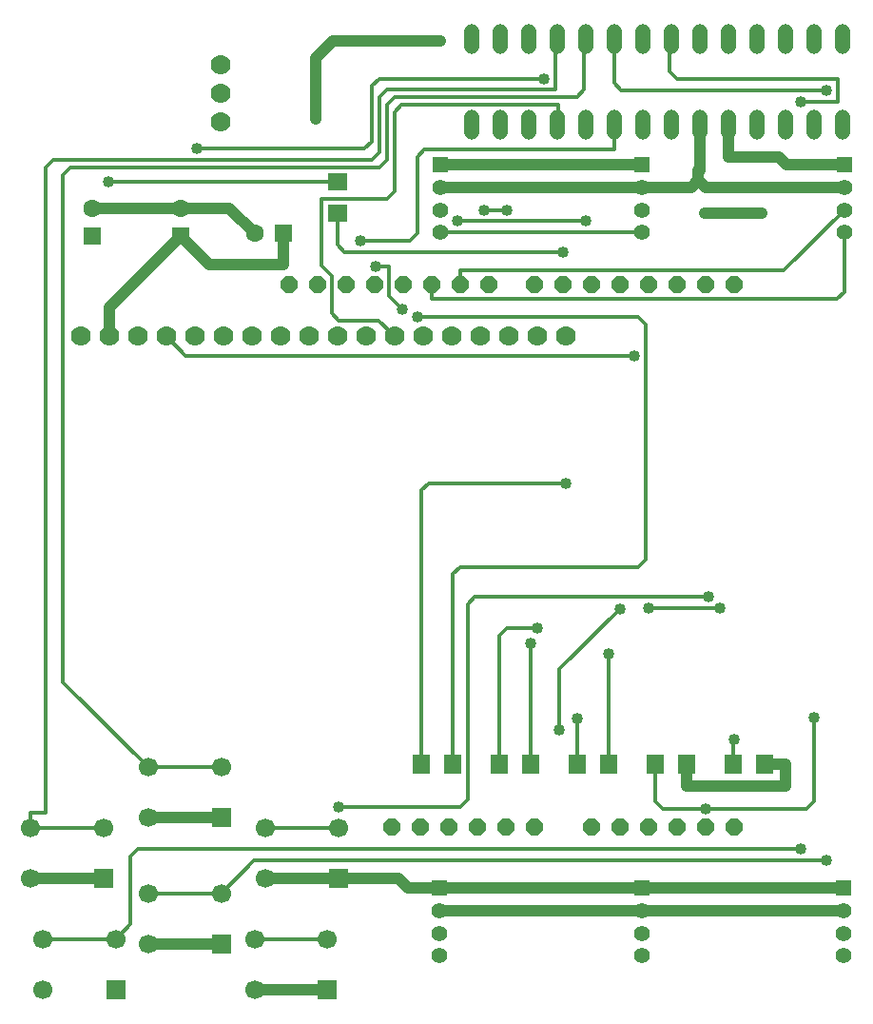
<source format=gbr>
G04 DipTrace 3.3.1.3*
G04 Top.gbr*
%MOIN*%
G04 #@! TF.FileFunction,Copper,L1,Top*
G04 #@! TF.Part,Single*
%AMOUTLINE0*
4,1,20,
-0.02608,0.026058,
-0.024514,0.034979,
-0.019993,0.042827,
-0.013059,0.048655,
-0.004551,0.05176,
0.004507,0.051768,
0.01302,0.048677,
0.019963,0.042861,
0.0245,0.035021,
0.02608,0.026102,
0.02608,-0.026058,
0.024514,-0.034979,
0.019993,-0.042827,
0.013059,-0.048655,
0.004551,-0.05176,
-0.004507,-0.051768,
-0.01302,-0.048677,
-0.019963,-0.042861,
-0.0245,-0.035021,
-0.02608,-0.026102,
-0.02608,0.026058,
0*%
%AMOUTLINE3*
4,1,8,
0.030488,-0.012629,
0.012629,-0.030488,
-0.012629,-0.030488,
-0.030488,-0.012629,
-0.030488,0.012629,
-0.012629,0.030488,
0.012629,0.030488,
0.030488,0.012629,
0.030488,-0.012629,
0*%
G04 #@! TA.AperFunction,Conductor*
%ADD14C,0.012992*%
G04 #@! TA.AperFunction,ViaPad*
%ADD15C,0.04*%
G04 #@! TA.AperFunction,ComponentPad*
%ADD17R,0.055118X0.055118*%
%ADD18C,0.055118*%
%ADD19R,0.062992X0.062992*%
%ADD20C,0.062992*%
%ADD21C,0.062992*%
%ADD22R,0.062992X0.070866*%
%ADD23R,0.070866X0.062992*%
G04 #@! TA.AperFunction,ComponentPad*
%ADD27C,0.07*%
%ADD28R,0.066929X0.066929*%
%ADD29C,0.066929*%
%ADD62OUTLINE0*%
%ADD65OUTLINE3*%
%FSLAX26Y26*%
G04*
G70*
G90*
G75*
G01*
G04 Top*
%LPD*%
X2601968Y3137480D2*
D14*
X1893700D1*
X2312991Y1395330D2*
Y1609022D1*
X2523700Y1819731D1*
X1760684Y2868149D2*
X1713676Y2915157D1*
Y3017180D1*
X1666669D1*
X2873676Y1821046D2*
X2623700D1*
X3310235Y3216220D2*
X3097692Y3003676D1*
X1963700D1*
Y2953700D1*
X3310235Y3137480D2*
Y2929704D1*
X3284251Y2903720D1*
X1863700D1*
Y2953700D1*
X1458700Y3533700D2*
D15*
Y3748700D1*
X1518700Y3808700D1*
X1893700D1*
X1243700Y3133700D2*
X1155275Y3222125D1*
X983700D1*
X2903700Y3513700D2*
Y3401267D1*
X3020172D1*
X2601968Y3373700D2*
X1893700D1*
X1243464Y483700D2*
X1316932D1*
X1499369D1*
X713700Y873700D2*
X457794D1*
X2820172Y3205043D2*
X3020172D1*
X870629Y1087794D2*
X944094D1*
X1126535D1*
X870629Y643700D2*
X944094D1*
X1126535D1*
X983700Y3222125D2*
X673700D1*
X3020172Y3401267D2*
X3080172D1*
X3107739Y3373700D1*
X3310235D1*
X1536535Y873700D2*
X1354094D1*
X1280629D1*
X1892361Y839920D2*
X1781692D1*
X1747912Y873700D1*
X1536535D1*
X2600629Y839920D2*
X1892361D1*
X3308897D2*
X3200436D1*
X2600629D1*
X3156657Y3595350D2*
D14*
X3288759D1*
Y3674326D1*
X2725180D1*
X2699193Y3700313D1*
Y3813700D1*
X2703700D1*
X500629Y660865D2*
X756535D1*
X2703700Y3813700D2*
D3*
X756535Y660865D2*
X809487Y713818D1*
Y950735D1*
X835472Y976720D1*
X3156657D1*
X1536535Y1124188D2*
X1964370D1*
X1990354Y1150172D1*
Y1834551D1*
X2016338Y1860535D1*
X2836204D1*
X1536535Y1050865D2*
X1280629D1*
X870629Y820865D2*
X1126535D1*
X3249271Y3634838D2*
X2529684D1*
X2503700Y3660822D1*
Y3813700D1*
X1126535Y820865D2*
X1242900Y937231D1*
X3249271D1*
X1126535Y1264960D2*
X870629D1*
X2403700Y3813700D2*
D3*
X870629Y1264960D2*
X572515Y1563074D1*
Y3338700D1*
X598499Y3364684D1*
X1681180D1*
X1707165Y3390669D1*
Y3584956D1*
X1733149Y3610940D1*
X2373207D1*
X2399193Y3636926D1*
Y3813700D1*
X2403700D1*
X2303700D2*
D3*
X457794Y1050865D2*
X713700D1*
X2303700Y3813700D2*
X2299193D1*
Y3636924D1*
X1707164D1*
X1681180Y3610940D1*
Y3416653D1*
X1655196Y3390669D1*
X536732D1*
X510747Y3364684D1*
Y1103822D1*
X457794D1*
Y1050865D1*
X2485826Y1661999D2*
Y1273700D1*
X2212598D2*
Y1699432D1*
X1813676Y2842165D2*
X2587180D1*
X2613165Y2816180D1*
Y1992295D1*
X2587179Y1966309D1*
X1965354D1*
X1939369Y1940324D1*
Y1273700D1*
X2049271Y3216460D2*
X2128247D1*
X1734015Y2774172D2*
X1679526Y2828661D1*
X1539660D1*
X1513676Y2854645D1*
Y2986228D1*
X1478779Y3021125D1*
Y3254448D1*
X1707165D1*
X1733149Y3280432D1*
Y3558972D1*
X1759133Y3584956D1*
X2308207D1*
Y3513700D1*
X2303700D1*
X1954251Y3176972D2*
X2403700D1*
X1613676Y3108637D2*
X1787677D1*
X1813661Y3134621D1*
Y3401775D1*
X1839645Y3427759D1*
X2503700D1*
Y3513700D1*
X1041696Y3430157D2*
X1629212D1*
X1655196Y3456141D1*
Y3650429D1*
X1681180Y3676413D1*
X2259704D1*
X2573676Y2706180D2*
X1002007D1*
X934015Y2774172D1*
X2323700Y3069149D2*
X1559684D1*
X1533700Y3095133D1*
Y3203464D1*
X1829133Y1273700D2*
Y2233505D1*
X1855115Y2259487D1*
X2334015D1*
X2234015Y1752424D2*
X2128349D1*
X2102361Y1726436D1*
Y1273700D1*
X2375590Y1434822D2*
Y1273700D1*
X731696Y3313700D2*
X1533700D1*
X1499369Y660865D2*
X1243464D1*
X2923700Y1360113D2*
X2922046Y1358459D1*
Y1273700D1*
X2648818D2*
Y1143164D1*
X2674802Y1117180D1*
X2823700D1*
X3177715D1*
X3203700Y1143165D1*
Y1439129D1*
X2759054Y1273700D2*
D15*
Y1198267D1*
X3103783D1*
X1343700Y3133700D2*
Y3024188D1*
X1083212D1*
X983700Y3123700D1*
X2803700Y3513700D2*
Y3354964D1*
X2799194D1*
Y3320944D1*
X2825178Y3294960D1*
X3310235D1*
X2799194Y3320944D2*
X2773210Y3294960D1*
X2601968D1*
X1892361Y761180D2*
X2600629D1*
X3103783Y1198267D2*
Y1273700D1*
X3032283D1*
X983700Y3123700D2*
X734015Y2874015D1*
Y2774172D1*
X2601968Y3294960D2*
X1893700D1*
X2600629Y761180D2*
X3308897D1*
X2523700Y1819731D3*
X2312991Y1395330D3*
X1666669Y3017180D3*
X1760684Y2868149D3*
X2873676Y1821046D3*
X2623700D3*
X1893700Y3808700D3*
X1458700Y3533700D3*
X3020172Y3205043D3*
X2820172D3*
X3020172Y3401267D3*
X3156657Y3595350D3*
Y976720D3*
X2836204Y1860535D3*
X1536535Y1124188D3*
X3249271Y937231D3*
Y3634838D3*
X2485826Y1661999D3*
X2212598Y1699432D3*
X1813676Y2842165D3*
X2128247Y3216460D3*
X2049271D3*
X2403700Y3176972D3*
X1954251D3*
X1613676Y3108637D3*
X2259704Y3676413D3*
X1041696Y3430157D3*
X2573676Y2706180D3*
X2323700Y3069149D3*
X2334015Y2259487D3*
X2234015Y1752424D3*
X2375590Y1434822D3*
X731696Y3313700D3*
X2923700Y1360113D3*
X3203700Y1439129D3*
X2823700Y1117180D3*
X3103783Y1198267D3*
D17*
X2600629Y839920D3*
D18*
Y761180D3*
Y682440D3*
Y603700D3*
D17*
X2601968Y3373700D3*
D18*
Y3294960D3*
Y3216220D3*
Y3137480D3*
D19*
X1343700Y3133700D3*
D20*
X1243700D3*
D17*
X1892361Y839920D3*
D18*
Y761180D3*
Y682440D3*
Y603700D3*
D17*
X1893700Y3373700D3*
D18*
Y3294960D3*
Y3216220D3*
Y3137480D3*
D17*
X3308897Y839920D3*
D18*
Y761180D3*
Y682440D3*
Y603700D3*
D17*
X3310235Y3373700D3*
D18*
Y3294960D3*
Y3216220D3*
Y3137480D3*
D19*
X983700Y3123700D3*
D21*
Y3222125D3*
D19*
X673700Y3123700D3*
D21*
Y3222125D3*
D22*
X2922046Y1273700D3*
X3032283D3*
X2648818D3*
X2759054D3*
X2375590D3*
X2485826D3*
X2102361D3*
X2212598D3*
X1829133D3*
X1939369D3*
D23*
X1533700Y3313700D3*
Y3203464D3*
D62*
X2003700Y3513700D3*
X2103700D3*
X2203700D3*
X2303700D3*
X2403700D3*
X2503700D3*
X2603700D3*
X2703700D3*
X2803700D3*
X2903700D3*
X3003700D3*
X3103700D3*
X3203700D3*
X3303700D3*
Y3813700D3*
X3203700D3*
X3103700D3*
X3003700D3*
X2903700D3*
X2803700D3*
X2703700D3*
X2603700D3*
X2503700D3*
X2403700D3*
X2303700D3*
X2203700D3*
X2103700D3*
X2003700D3*
D65*
X2523700Y2953700D3*
X2423700Y1053700D3*
X2623700Y2953700D3*
X2723700D3*
X2823700D3*
X2923700D3*
X2423700D3*
X2323700D3*
X2223700D3*
X2063700D3*
X1963700D3*
X1863700D3*
X1763700D3*
X1663700D3*
X1563700D3*
X1463700D3*
X1363700D3*
X2523700Y1053700D3*
X2623700D3*
X2723700D3*
X2823700D3*
X2923700D3*
X2223700D3*
X2123700D3*
X2023700D3*
X1923700D3*
X1823700D3*
X1723700D3*
D27*
X634015Y2774172D3*
X734015D3*
X834015D3*
X934015D3*
X1034015D3*
X1134015D3*
X1234015D3*
X1334015D3*
X1434015D3*
X1534015D3*
X1634015D3*
X1734015D3*
X1834015D3*
X1934015D3*
X2034015D3*
X2134015D3*
X2234015D3*
X2334015D3*
X1123700Y3623700D3*
Y3523700D3*
Y3723700D3*
D28*
X713700Y873700D3*
D29*
Y1050865D3*
X457794D3*
Y873700D3*
D28*
X1536535D3*
D29*
Y1050865D3*
X1280629D3*
Y873700D3*
D28*
X1126535Y1087794D3*
D29*
Y1264960D3*
X870629D3*
Y1087794D3*
D28*
X1126535Y643700D3*
D29*
Y820865D3*
X870629D3*
Y643700D3*
D28*
X756535Y483700D3*
D29*
Y660865D3*
X500629D3*
Y483700D3*
D28*
X1499369D3*
D29*
Y660865D3*
X1243464D3*
Y483700D3*
M02*

</source>
